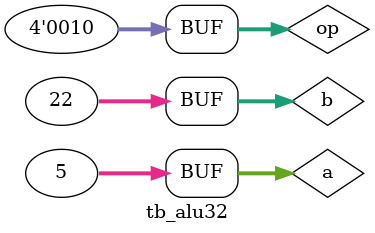
<source format=v>
module tb_alu32;
reg [31:0]a,b;
reg [3:0] op;
wire [31:0] result, opdone;

alu32 U(a,b,op,result,opdone);
initial
begin
		a = 32'h5; b = 32'h16;  op = 4'h0;
#4;									 op = 4'h1;
#4;									 op = 4'h2;
#4;									 op = 4'h3;
#4;									 op = 4'h4;
#4;									 op = 4'h5;
#4;									 op = 4'h6;
#4;									 op = 4'h7;
#4;									 op = 4'h8;
#4;									 op = 4'h9;
#4;									 op = 4'b1011;
#4;									 op = 4'b1100;
#4;									 op = 4'h12;
#4;

end			
endmodule
</source>
